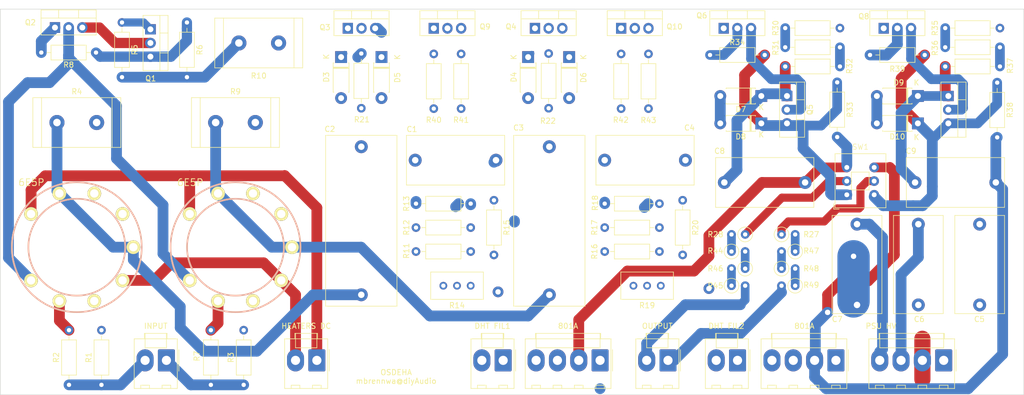
<source format=kicad_pcb>
(kicad_pcb (version 20221018) (generator pcbnew)
  (layers (0 "F.Cu" signal) (1 "In1.Cu" signal) (2 "In2.Cu" signal) (31 "B.Cu" signal) (34 "B.Paste" user) (35 "F.Paste" user) (36 "B.SilkS" user "B.Silkscreen") (37 "F.SilkS" user "F.Silkscreen") (38 "B.Mask" user) (39 "F.Mask" user) (44 "Edge.Cuts" user))
  (net 0 "")
  (net 1 "Net-(C3-Pad1)")
  (net 2 "Net-(R14-Pad3)")
  (net 3 "Net-(J1-Pin_1)")
  (net 4 "Net-(J1-Pin_2)")
  (net 5 "Net-(C4-Pad1)")
  (net 6 "Net-(U2A-A)")
  (net 7 "Net-(U1A-A)")
  (net 8 "Net-(Q1-G)")
  (net 9 "/Dual_Gyrator/ANODE1")
  (net 10 "Net-(D4-K)")
  (net 11 "/Dual_Gyrator/ANODE2")
  (net 12 "Net-(Q1-S)")
  (net 13 "Net-(Q9-G)")
  (net 14 "/Dual_Gyrator/MU_OUT1")
  (net 15 "Net-(D4-A)")
  (net 16 "/Dual_Gyrator/MU_OUT2")
  (net 17 "Net-(J2-Pin_1)")
  (net 18 "GND")
  (net 19 "/Buffer_CCS_load1/NEG")
  (net 20 "Net-(J4-Pin_1)")
  (net 21 "Net-(J4-Pin_2)")
  (net 22 "Net-(J5-Pin_1)")
  (net 23 "Net-(J6-Pin_1)")
  (net 24 "Net-(Q1-D)")
  (net 25 "Net-(Q2-G)")
  (net 26 "Net-(Q2-D)")
  (net 27 "Net-(D7-K)")
  (net 28 "Net-(D9-K)")
  (net 29 "/Buffer_CCS_load2/POS")
  (net 30 "Net-(Q5-D)")
  (net 31 "Net-(Q6-G)")
  (net 32 "Net-(Q7-D)")
  (net 33 "Net-(Q8-G)")
  (net 34 "Net-(D3-K)")
  (net 35 "Net-(D3-A)")
  (net 36 "Net-(D7-A)")
  (net 37 "Net-(D10-A)")
  (net 38 "Net-(U1A-G1)")
  (net 39 "Net-(U2A-G1)")
  (net 40 "Net-(SW1B-B)")
  (net 41 "Net-(SW1A-B)")
  (net 42 "Net-(Q9-S)")
  (net 43 "Net-(Q10-G)")
  (net 44 "Net-(Q10-S)")
  (net 45 "Net-(J2-Pin_2)")
  (net 46 "Net-(R10-Pad1)")
  (net 47 "Net-(R17-Pad2)")
  (net 48 "Net-(R19-Pad3)")
  (net 49 "Net-(C1-Pad1)")
  (net 50 "Net-(R30-Pad1)")
  (net 51 "Net-(R31-Pad1)")
  (net 56 "Net-(R35-Pad1)")
  (net 57 "Net-(R36-Pad1)")
  (net 58 "Net-(R27-Pad2)")
  (net 59 "Net-(R28-Pad2)")
  (net 60 "Net-(R44-Pad2)")
  (net 61 "Net-(R45-Pad2)")
  (net 62 "Net-(R47-Pad2)")
  (net 63 "Net-(R48-Pad2)")
  (net 64 "unconnected-(U1A-K-Pad4)")
  (footprint "Resistor_THT:R_Axial_DIN0207_L6.3mm_D2.5mm_P10.16mm_Horizontal" (layer "F.Cu") (at 212.09 60.245)
    (fp_text reference "R32")
    (fp_text value "1.5M")
  )
  (footprint "Resistor_THT:R_Axial_DIN0207_L6.3mm_D2.5mm_P10.16mm_Horizontal" (layer "F.Cu") (at 111.505 119.38 90)
    (fp_text reference "R3")
    (fp_text value "500k")
  )
  (footprint "Package_TO_SOT_THT:TO-220-3_Vertical" (layer "F.Cu") (at 130.85 53.15)
    (fp_text reference "Q3")
    (fp_text value "STF3LN80K5")
  )
  (footprint "Diode_THT:D_DO-41_SOD81_P7.62mm_Horizontal" (layer "F.Cu") (at 236.728 70.81 180)
    (fp_text reference "D10")
    (fp_text value "15V")
  )
  (footprint "Potentiometer_THT:Potentiometer_Bourns_3296W_Vertical" (layer "F.Cu") (at 183.896 100.965 180)
    (fp_text reference "R19")
    (fp_text value "20k")
  )
  (footprint "Resistor_THT:R_Axial_DIN0207_L6.3mm_D2.5mm_P2.54mm_Vertical" (layer "F.Cu") (at 202.11 94.615)
    (fp_text reference "R44")
    (fp_text value "1.27k")
  )
  (footprint "Capacitor_THT:C_Rect_L18.0mm_W9.0mm_P15.00mm_FKS3_FKP3" (layer "F.Cu") (at 236.8155 104.535 90)
    (fp_text reference "C6")
    (fp_text value "220n 630 V")
  )
  (footprint "Diode_THT:D_DO-41_SOD81_P7.62mm_Horizontal" (layer "F.Cu") (at 207.645 70.81 180)
    (fp_text reference "D8")
    (fp_text value "15V")
  )
  (footprint "Resistor_THT:R_Axial_DIN0207_L6.3mm_D2.5mm_P2.54mm_Vertical" (layer "F.Cu") (at 204.65 91.44 180)
    (fp_text reference "R28")
    (fp_text value "1.27k")
  )
  (footprint "Resistor_THT:R_Axial_DIN0207_L6.3mm_D2.5mm_P10.16mm_Horizontal" (layer "F.Cu") (at 105.41 109.22 -90)
    (fp_text reference "R7")
    (fp_text value "1k")
  )
  (footprint "Package_TO_SOT_THT:TO-220-3_Vertical" (layer "F.Cu") (at 181.61 53.15)
    (fp_text reference "Q10")
    (fp_text value "DN2540")
  )
  (footprint "Resistor_THT:R_Axial_DIN0207_L6.3mm_D2.5mm_P10.16mm_Horizontal" (layer "F.Cu") (at 186.69 68.072 90)
    (fp_text reference "R43")
    (fp_text value "150")
  )
  (footprint "Resistor_THT:R_Axial_DIN0207_L6.3mm_D2.5mm_P10.16mm_Horizontal" (layer "F.Cu") (at 188.722 94.615 180)
    (fp_text reference "R16")
    (fp_text value "1M")
  )
  (footprint "Connector_Molex:Molex_KK-396_A-41791-0002_1x02_P3.96mm_Vertical" (layer "F.Cu") (at 125.095 114.83 180)
    (fp_text reference "J2" hide)
    (fp_text value "HEATERS DC")
  )
  (footprint "Package_TO_SOT_THT:TO-220-3_Vertical" (layer "F.Cu") (at 230.378 53.15)
    (fp_text reference "Q8")
    (fp_text value "IXTP3N100D2")
  )
  (footprint "Resistor_THT:R_Axial_DIN0207_L6.3mm_D2.5mm_P10.16mm_Horizontal" (layer "F.Cu") (at 146.812 57.912 -90)
    (fp_text reference "R40")
    (fp_text value "300")
  )
  (footprint "Resistor_THT:R_Axial_DIN0207_L6.3mm_D2.5mm_P10.16mm_Horizontal" (layer "F.Cu") (at 100.965 52.07 -90)
    (fp_text reference "R6")
    (fp_text value "75")
  )
  (footprint "Resistor_THT:R_Axial_DIN0207_L6.3mm_D2.5mm_P10.16mm_Horizontal" (layer "F.Cu") (at 181.61 57.912 -90)
    (fp_text reference "R42")
    (fp_text value "300")
  )
  (footprint "Resistor_THT:R_Axial_DIN0207_L6.3mm_D2.5mm_P10.16mm_Horizontal" (layer "F.Cu") (at 133.35 68 90)
    (fp_text reference "R21")
    (fp_text value "1k")
  )
  (footprint "Package_TO_SOT_THT:TO-220-3_Vertical" (layer "F.Cu") (at 212.415 65.73 -90)
    (fp_text reference "Q5")
    (fp_text value "AOT1N60")
  )
  (footprint "Capacitor_THT:C_Rect_L18.0mm_W9.0mm_P15.00mm_FKS3_FKP3" (layer "F.Cu") (at 143.365 77.65)
    (fp_text reference "C1")
    (fp_text value "220n 630 V")
  )
  (footprint "Resistor_THT:R_Axial_DIN0207_L6.3mm_D2.5mm_P10.16mm_Horizontal" (layer "F.Cu") (at 212.09 53.1128)
    (fp_text reference "R30")
    (fp_text value "1.5M")
  )
  (footprint "Resistor_THT:R_Radial_Power_L16.1mm_W9.0mm_P7.37mm" (layer "F.Cu") (at 106.297 70.655)
    (fp_text reference "R9")
    (fp_text value "27.4k 5W")
  )
  (footprint "Resistor_THT:R_Axial_DIN0207_L6.3mm_D2.5mm_P2.54mm_Vertical" (layer "F.Cu") (at 202.11 100.965)
    (fp_text reference "R46")
    (fp_text value "1.27k")
  )
  (footprint "OSDEHA_AMP:SWITCH_2POLE_ON_ON" (layer "F.Cu") (at 226.0705 84.074 90)
    (fp_text reference "SW1")
    (fp_text value "SW_DPDT_x2")
  )
  (footprint "Resistor_THT:R_Axial_DIN0207_L6.3mm_D2.5mm_P10.16mm_Horizontal" (layer "F.Cu") (at 188.722 85.725 180)
    (fp_text reference "R18")
    (fp_text value "1M")
  )
  (footprint "Resistor_THT:R_Axial_DIN0207_L6.3mm_D2.5mm_P2.54mm_Vertical" (layer "F.Cu") (at 211.4 97.79)
    (fp_text reference "R48")
    (fp_text value "1.27k")
  )
  (footprint "Resistor_THT:R_Axial_DIN0207_L6.3mm_D2.5mm_P2.54mm_Vertical" (layer "F.Cu") (at 204.65 97.79 180)
    (fp_text reference "R45")
    (fp_text value "1.27k")
  )
  (footprint "Package_TO_SOT_THT:TO-220-3_Vertical" (layer "F.Cu") (at 242.387 65.73 -90)
    (fp_text reference "Q7" hide)
    (fp_text value "AOT1N60")
  )
  (footprint "Diode_THT:D_DO-41_SOD81_P7.62mm_Horizontal" (layer "F.Cu") (at 171.958 58.5 -90)
    (fp_text reference "D6")
    (fp_text value "15V")
  )
  (footprint "Capacitor_THT:C_Rect_L18.0mm_W9.0mm_P15.00mm_FKS3_FKP3" (layer "F.Cu") (at 248.206 104.535 90)
    (fp_text reference "C5")
    (fp_text value "220n 630 V")
  )
  (footprint "Resistor_THT:R_Axial_DIN0207_L6.3mm_D2.5mm_P2.54mm_Vertical" (layer "F.Cu") (at 213.94 100.965 180)
    (fp_text reference "R49")
    (fp_text value "1.27k")
  )
  (footprint "Resistor_THT:R_Axial_DIN0207_L6.3mm_D2.5mm_P10.16mm_Horizontal" (layer "F.Cu") (at 168.148 68 90)
    (fp_text reference "R22")
    (fp_text value "1k")
  )
  (footprint "Resistor_THT:R_Axial_DIN0207_L6.3mm_D2.5mm_P10.16mm_Horizontal" (layer "F.Cu") (at 221.742 63.19 -90)
    (fp_text reference "R33")
    (fp_text value "470")
  )
  (footprint "Resistor_THT:R_Axial_DIN0207_L6.3mm_D2.5mm_P10.16mm_Horizontal" (layer "F.Cu") (at 251.46 63.246 -90)
    (fp_text reference "R38")
    (fp_text value "470")
  )
  (footprint "Resistor_THT:R_Axial_DIN0207_L6.3mm_D2.5mm_P2.54mm_Vertical" (layer "F.Cu") (at 211.4 91.44)
    (fp_text reference "R27")
    (fp_text value "1.27k")
  )
  (footprint "Package_TO_SOT_THT:TO-220-3_Vertical" (layer "F.Cu") (at 94.185 53.34 -90)
    (fp_text reference "Q1")
    (fp_text value "DN2540N5-G")
  )
  (footprint "Diode_THT:D_DO-41_SOD81_P7.62mm_Horizontal" (layer "F.Cu") (at 207.645 65.73 180)
    (fp_text reference "D7")
    (fp_text value "15V")
  )
  (footprint "Resistor_THT:R_Axial_DIN0207_L6.3mm_D2.5mm_P10.16mm_Horizontal" (layer "F.Cu") (at 241.808 53.1128)
    (fp_text reference "R35")
    (fp_text value "1.5M")
  )
  (footprint "Resistor_THT:R_Axial_DIN0207_L6.3mm_D2.5mm_P10.16mm_Horizontal" (layer "F.Cu") (at 198.12 58.11)
    (fp_text reference "R34")
    (fp_text value "300")
  )
  (footprint "Resistor_THT:R_Axial_DIN0207_L6.3mm_D2.5mm_P10.16mm_Horizontal" (layer "F.Cu") (at 251.968 56.6789 180)
    (fp_text reference "R36")
    (fp_text value "1.5M")
  )
  (footprint "OSDEHA_AMP:belton_noval-bside" (layer "F.Cu") (at 80.509 93.81 -90)
    (fp_text reference "U1" hide)
    (fp_text value "6E5P")
  )
  (footprint "Potentiometer_THT:Potentiometer_Bourns_3296W_Vertical" (layer "F.Cu") (at 148.59 100.965 180)
    (fp_text reference "R14")
    (fp_text value "20k")
  )
  (footprint "Connector_Molex:Molex_KK-396_A-41791-0004_1x04_P3.96mm_Vertical" (layer "F.Cu") (at 241.525 114.83 180)
    (fp_text reference "J3" hide)
    (fp_text value "PSU HV")
  )
  (footprint "Capacitor_THT:C_Rect_L31.5mm_W13.0mm_P27.50mm_MKS4" (layer "F.Cu") (at 168.275 75.15 -90)
    (fp_text reference "C3")
    (fp_text value "470n 1 kV")
  )
  (footprint "Connector_Molex:Molex_KK-396_A-41791-0002_1x02_P3.96mm_Vertical" (layer "F.Cu") (at 159.701925 114.83 180)
    (fp_text reference "J6" hide)
    (fp_text value "DHT FIL1")
  )
  (footprint "Diode_THT:D_DO-41_SOD81_P7.62mm_Horizontal" (layer "F.Cu") (at 236.728 65.73 180)
    (fp_text reference "D9")
    (fp_text value "15V")
  )
  (footprint "Resistor_THT:R_Axial_DIN0207_L6.3mm_D2.5mm_P10.16mm_Horizontal" (layer "F.Cu") (at 193.04 85.09 -90)
    (fp_text reference "R20")
    (fp_text value "25k")
  )
  (footprint "Capacitor_THT:C_Rect_L18.0mm_W9.0mm_P15.00mm_FKS3_FKP3" (layer "F.Cu") (at 200.78 81.788)
    (fp_text reference "C8")
    (fp_text value "220n 630 V")
  )
  (footprint "Resistor_THT:R_Radial_Power_L16.1mm_W9.0mm_P7.37mm" (layer "F.Cu") (at 76.824 70.655)
    (fp_text reference "R4")
    (fp_text value "27.4k 5W")
  )
  (footprint "OSDEHA_AMP:belton_noval-bside" (layer "F.Cu") (at 109.982 93.81 -90)
    (fp_text reference "U2" hide)
    (fp_text value "6E5P")
  )
  (footprint "Package_TO_SOT_THT:TO-220-3_Vertical" (layer "F.Cu") (at 146.812 53.15)
    (fp_text reference "Q9")
    (fp_text value "DN2540")
  )
  (footprint "Connector_Molex:Molex_KK-396_A-41791-0002_1x02_P3.96mm_Vertical" (layer "F.Cu") (at 97.155 114.83 180)
    (fp_text reference "J1" hide)
    (fp_text value "INPUT")
  )
  (footprint "Diode_THT:D_DO-41_SOD81_P7.62mm_Horizontal" (layer "F.Cu") (at 129.6 58.5 -90)
    (fp_text reference "D3")
    (fp_text value "15V")
  )
  (footprint "Package_TO_SOT_THT:TO-220-3_Vertical" (layer "F.Cu") (at 200.66 53.15)
    (fp_text reference "Q6")
    (fp_text value "IXTP3N100D2")
  )
  (footprint "Connector_Molex:Molex_KK-396_A-41791-0004_1x04_P3.96mm_Vertical" (layer "F.Cu") (at 177.701925 114.83 180)
    (fp_text reference "U3" hide)
    (fp_text value "801A")
  )
  (footprint "Resistor_THT:R_Axial_DIN0207_L6.3mm_D2.5mm_P10.16mm_Horizontal" (layer "F.Cu") (at 241.808 60.245)
    (fp_text reference "R37")
    (fp_text value "1.5M")
  )
  (footprint "Resistor_THT:R_Axial_DIN0207_L6.3mm_D2.5mm_P10.16mm_Horizontal" (layer "F.Cu") (at 73.914 57.658)
    (fp_text reference "R8")
    (fp_text value "300")
  )
  (footprint "Resistor_THT:R_Axial_DIN0207_L6.3mm_D2.5mm_P2.54mm_Vertical" (layer "F.Cu") (at 213.94 94.615 180)
    (fp_text reference "R47")
    (fp_text value "1.27k")
  )
  (footprint "Resistor_THT:R_Axial_DIN0207_L6.3mm_D2.5mm_P10.16mm_Horizontal" (layer "F.Cu") (at 88.9 52.07 -90)
    (fp_text reference "R5")
    (fp_text value "300")
  )
  (footprint "Resistor_THT:R_Axial_DIN0207_L6.3mm_D2.5mm_P10.16mm_Horizontal" (layer "F.Cu") (at 227.838 58.11)
    (fp_text reference "R39")
    (fp_text value "300")
  )
  (footprint "Capacitor_THT:C_Rect_L18.0mm_W9.0mm_P15.00mm_FKS3_FKP3" (layer "F.Cu") (at 225.425 104.535 90)
    (fp_text reference "C7")
    (fp_text value "220n 630 V")
  )
  (footprint "Diode_THT:D_DO-41_SOD81_P7.62mm_Horizontal" (layer "F.Cu") (at 137.1 58.5 -90)
    (fp_text reference "D5")
    (fp_text value "15V")
  )
  (footprint "Connector_Molex:Molex_KK-396_A-41791-0004_1x04_P3.96mm_Vertical" (layer "F.Cu") (at 221.506925 114.83 180)
    (fp_text reference "U4" hide)
    (fp_text value "801A")
  )
  (footprint "Capacitor_THT:C_Rect_L31.5mm_W13.0mm_P27.50mm_MKS4" (layer "F.Cu") (at 133.35 75.15 -90)
    (fp_text reference "C2")
    (fp_text value "470n 1 kV")
  )
  (footprint "Resistor_THT:R_Axial_DIN0207_L6.3mm_D2.5mm_P10.16mm_Horizontal" (layer "F.Cu") (at 157.988 85.09 -90)
    (fp_text reference "R15")
    (fp_text value "25k")
  )
  (footprint "Resistor_THT:R_Axial_DIN0207_L6.3mm_D2.5mm_P10.16mm_Horizontal" (layer "F.Cu") (at 151.892 68.072 90)
    (fp_text reference "R41")
    (fp_text value "150")
  )
  (footprint "Package_TO_SOT_THT:TO-220-3_Vertical" (layer "F.Cu") (at 165.608 53.15)
    (fp_text reference "Q4")
    (fp_text value "STF3LN80K5")
  )
  (footprint "Resistor_THT:R_Axial_DIN0207_L6.3mm_D2.5mm_P10.16mm_Horizontal" (layer "F.Cu") (at 153.67 90.17 180)
    (fp_text reference "R12")
    (fp_text value "47k")
  )
  (footprint "Resistor_THT:R_Axial_DIN0207_L6.3mm_D2.5mm_P10.16mm_Horizontal" (layer "F.Cu") (at 188.722 90.17 180)
    (fp_text reference "R17")
    (fp_text value "47k")
  )
  (footprint "Resistor_THT:R_Axial_DIN0207_L6.3mm_D2.5mm_P10.16mm_Horizontal" (layer "F.Cu") (at 85.09 119.38 90)
    (fp_text reference "R1")
    (fp_text value "500k")
  )
  (footprint "Diode_THT:D_DO-41_SOD81_P7.62mm_Horizontal" (layer "F.Cu") (at 164.338 58.5 -90)
    (fp_text reference "D4")
    (fp_text value "15V")
  )
  (footprint "Resistor_THT:R_Axial_DIN0207_L6.3mm_D2.5mm_P10.16mm_Horizontal" (layer "F.Cu") (at 79.06 119.38 90)
    (fp_text reference "R2")
    (fp_text value "1k")
  )
  (footprint "Resistor_THT:R_Radial_Power_L16.1mm_W9.0mm_P7.37mm" (layer "F.Cu") (at 110.615 55.88)
    (fp_text reference "R10")
    (fp_text value "12k 7W")
  )
  (footprint "Capacitor_THT:C_Rect_L18.0mm_W9.0mm_P15.00mm_FKS3_FKP3" (layer "F.Cu") (at 236.206 81.788)
    (fp_text reference "C9")
    (fp_text value "220n 630 V")
  )
  (footprint "Capacitor_THT:C_Rect_L18.0mm_W9.0mm_P15.00mm_FKS3_FKP3" (layer "F.Cu") (at 178.555 77.65)
    (fp_text reference "C4")
    (fp_text value "220n 630 V")
  )
  (footprint "Resistor_THT:R_Axial_DIN0207_L6.3mm_D2.5mm_P10.16mm_Horizontal" (layer "F.Cu") (at 153.67 85.725 180)
    (fp_text reference "R13")
    (fp_text value "1M")
  )
  (footprint "Resistor_THT:R_Axial_DIN0207_L6.3mm_D2.5mm_P10.16mm_Horizontal" (layer "F.Cu") (at 153.67 94.615 180)
    (fp_text reference "R11")
    (fp_text value "1M")
  )
  (footprint "Resistor_THT:R_Axial_DIN0207_L6.3mm_D2.5mm_P10.16mm_Horizontal" (layer "F.Cu") (at 222.25 56.6789 180)
    (fp_text reference "R31")
    (fp_text value "1.5M")
  )
  (footprint "Connector_Molex:Molex_KK-396_A-41791-0002_1x02_P3.96mm_Vertical" (layer "F.Cu") (at 190.316925 114.83 180)
    (fp_text reference "J4" hide)
    (fp_text value "OUTPUT")
  )
  (footprint "Package_TO_SOT_THT:TO-220-3_Vertical" (layer "F.Cu") (at 76.454 53.015)
    (fp_text reference "Q2")
    (fp_text value "DN2540N5-G")
  )
  (footprint "Connector_Molex:Molex_KK-396_A-41791-0002_1x02_P3.96mm_Vertical" (layer "F.Cu") (at 203.231925 114.83 180)
    (fp_text reference "J5" hide)
    (fp_text value "DHT FIL2")
  )
  (gr_rect (start 66.294 49.593) (end 256.413 121.221) (stroke (width 0.1)) (fill none) (layer "Edge.Cuts"))
  (gr_text "OSDEHA\nmbrennwa@diyAudio" (at 139.827 119.253) (layer "F.SilkS") (effects (font (size 1 1)) (justify bottom)))
  (segment (start 168.148 75.023) (end 168.275 75.15) (width 2) (layer "B.Cu") (net 1))
  (segment (start 178.562 85.725) (end 178.562 85.437) (width 2) (layer "B.Cu") (net 1))
  (segment (start 105.41 119.38) (end 101.705 119.38) (width 2) (layer "B.Cu") (net 3))
  (segment (start 111.505 119.38) (end 105.41 119.38) (width 2) (layer "B.Cu") (net 3))
  (segment (start 101.705 119.38) (end 97.155 114.83) (width 2) (layer "B.Cu") (net 3))
  (segment (start 85.09 119.38) (end 79.06 119.38) (width 2) (layer "B.Cu") (net 4))
  (segment (start 85.09 119.38) (end 88.645 119.38) (width 2) (layer "B.Cu") (net 4))
  (segment (start 88.645 119.38) (end 93.195 114.83) (width 2) (layer "B.Cu") (net 4))
  (segment (start 186.63 85.725) (end 185.922 86.433) (width 2) (layer "B.Cu") (net 5))
  (segment (start 133.307 93.81) (end 146.0754 106.5784) (width 2) (layer "B.Cu") (net 6))
  (segment (start 164.3466 106.5784) (end 168.275 102.65) (width 2) (layer "B.Cu") (net 6))
  (segment (start 106.297 70.655) (end 106.297 83.375) (width 2) (layer "B.Cu") (net 6))
  (segment (start 146.0754 106.5784) (end 164.3466 106.5784) (width 2) (layer "B.Cu") (net 6))
  (segment (start 120.482 93.81) (end 116.732 93.81) (width 2) (layer "B.Cu") (net 6))
  (segment (start 120.482 93.81) (end 133.307 93.81) (width 2) (layer "B.Cu") (net 6))
  (segment (start 116.732 93.81) (end 106.742 83.82) (width 2) (layer "B.Cu") (net 6))
  (segment (start 106.297 83.375) (end 106.742 83.82) (width 2) (layer "B.Cu") (net 6))
  (segment (start 91.018 93.81) (end 87.268 93.81) (width 2) (layer "B.Cu") (net 7))
  (segment (start 124.426 102.65) (end 133.35 102.65) (width 2) (layer "B.Cu") (net 7))
  (segment (start 91.009 96.1398) (end 99.7204 104.8512) (width 2) (layer "B.Cu") (net 7))
  (segment (start 99.7204 108.761499) (end 104.090501 113.1316) (width 2) (layer "B.Cu") (net 7))
  (segment (start 104.090501 113.1316) (end 113.9444 113.1316) (width 2) (layer "B.Cu") (net 7))
  (segment (start 76.833 70.655) (end 76.833 83.375) (width 2) (layer "B.Cu") (net 7))
  (segment (start 91.009 93.81) (end 91.009 96.1398) (width 2) (layer "B.Cu") (net 7))
  (segment (start 76.833 83.375) (end 77.278 83.82) (width 2) (layer "B.Cu") (net 7))
  (segment (start 113.9444 113.1316) (end 124.426 102.65) (width 2) (layer "B.Cu") (net 7))
  (segment (start 99.7204 104.8512) (end 99.7204 108.761499) (width 2) (layer "B.Cu") (net 7))
  (segment (start 87.268 93.81) (end 77.278 83.82) (width 2) (layer "B.Cu") (net 7))
  (segment (start 92.915 52.07) (end 94.0225 53.1775) (width 1.5) (layer "B.Cu") (net 8))
  (segment (start 94.0225 53.1775) (end 94.185 53.1775) (width 1.5) (layer "B.Cu") (net 8))
  (segment (start 88.9 52.07) (end 92.915 52.07) (width 1.5) (layer "B.Cu") (net 8))
  (segment (start 207.802202 81.788) (end 215.78 81.788) (width 2) (layer "F.Cu") (net 9))
  (segment (start 197.9168 91.673402) (end 207.802202 81.788) (width 2) (layer "F.Cu") (net 9))
  (segment (start 223.5305 78.994) (end 218.574 78.994) (width 1.8) (layer "F.Cu") (net 9))
  (segment (start 173.741925 114.83) (end 173.741925 107.272414) (width 2) (layer "F.Cu") (net 9))
  (segment (start 182.769339 98.245) (end 195.125 98.245) (width 2) (layer "F.Cu") (net 9))
  (segment (start 197.9168 95.4532) (end 197.9168 91.673402) (width 2) (layer "F.Cu") (net 9))
  (segment (start 195.125 98.245) (end 197.9168 95.4532) (width 2) (layer "F.Cu") (net 9))
  (segment (start 218.574 78.994) (end 215.78 81.788) (width 1.8) (layer "F.Cu") (net 9))
  (segment (start 173.741925 107.272414) (end 182.769339 98.245) (width 2) (layer "F.Cu") (net 9))
  (segment (start 223.5305 75.1385) (end 223.5305 78.634) (width 2) (layer "B.Cu") (net 9))
  (segment (start 221.742 73.35) (end 223.5305 75.1385) (width 2) (layer "B.Cu") (net 9))
  (segment (start 164.998 57.84) (end 164.338 58.5) (width 1) (layer "B.Cu") (net 10))
  (segment (start 231.4956 78.994) (end 232.3592 79.8576) (width 2) (layer "F.Cu") (net 11))
  (segment (start 219.964 105.918) (end 219.964 102.6668) (width 2) (layer "F.Cu") (net 11))
  (segment (start 222.5548 100.076) (end 227.4824 100.076) (width 2) (layer "F.Cu") (net 11))
  (segment (start 232.3592 95.1992) (end 231.4956 96.0628) (width 2) (layer "F.Cu") (net 11))
  (segment (start 228.6105 78.994) (end 231.4956 78.994) (width 1.8) (layer "F.Cu") (net 11))
  (segment (start 219.964 102.6668) (end 222.5548 100.076) (width 2) (layer "F.Cu") (net 11))
  (segment (start 231.0105 96.5479) (end 231.4956 96.0628) (width 1) (layer "F.Cu") (net 11))
  (segment (start 232.3592 79.8576) (end 232.3592 95.1992) (width 2) (layer "F.Cu") (net 11))
  (segment (start 227.4824 100.076) (end 231.0105 96.5479) (width 2) (layer "F.Cu") (net 11))
  (via (at 219.964 105.918) (size 2) (drill 1) (layers "F.Cu" "B.Cu") (net 11))
  (segment (start 219.964 105.918) (end 217.678 108.204) (width 2) (layer "B.Cu") (net 11))
  (segment (start 217.678 108.204) (end 217.678 114.698925) (width 2) (layer "B.Cu") (net 11))
  (segment (start 251.206 81.788) (end 251.206 73.66) (width 2) (layer "B.Cu") (net 11))
  (segment (start 246.0752 120.0912) (end 219.698125 120.0912) (width 2) (layer "B.Cu") (net 11))
  (segment (start 251.206 81.788) (end 252.476 83.058) (width 2) (layer "B.Cu") (net 11))
  (segment (start 217.546925 117.94) (end 217.546925 114.83) (width 2) (layer "B.Cu") (net 11))
  (segment (start 251.206 73.66) (end 251.46 73.406) (width 2) (layer "B.Cu") (net 11))
  (segment (start 252.476 113.6904) (end 246.0752 120.0912) (width 2) (layer "B.Cu") (net 11))
  (segment (start 217.678 114.698925) (end 217.546925 114.83) (width 2) (layer "B.Cu") (net 11))
  (segment (start 219.698125 120.0912) (end 217.546925 117.94) (width 2) (layer "B.Cu") (net 11))
  (segment (start 252.476 83.058) (end 252.476 113.6904) (width 2) (layer "B.Cu") (net 11))
  (segment (start 97.9932 58.42) (end 95.74637 58.42) (width 1.9) (layer "B.Cu") (net 12))
  (segment (start 94.185 58.42) (end 84.836 58.42) (width 1.9) (layer "B.Cu") (net 12))
  (segment (start 100.965 53.20137) (end 100.965 55.4482) (width 1.9) (layer "B.Cu") (net 12))
  (segment (start 95.74637 58.42) (end 94.185 58.42) (width 1.9) (layer "B.Cu") (net 12))
  (segment (start 100.965 55.4482) (end 97.9932 58.42) (width 1.9) (layer "B.Cu") (net 12))
  (segment (start 100.965 52.07) (end 100.965 53.20137) (width 1.9) (layer "B.Cu") (net 12))
  (segment (start 84.836 58.42) (end 84.074 57.658) (width 1.9) (layer "B.Cu") (net 12))
  (segment (start 204.545 61.845) (end 204.545 67.71) (width 2) (layer "F.Cu") (net 14))
  (segment (start 204.545 67.71) (end 207.645 70.81) (width 2) (layer "F.Cu") (net 14))
  (segment (start 208.28 58.11) (end 204.545 61.845) (width 2) (layer "F.Cu") (net 14))
  (segment (start 220.5228 83.82) (end 220.7768 84.074) (width 2) (layer "B.Cu") (net 14))
  (segment (start 221.742 63.19) (end 221.742 64.891034) (width 1.8) (layer "B.Cu") (net 14))
  (segment (start 221.742 68.2244) (end 218.7439 71.2225) (width 1.8) (layer "B.Cu") (net 14))
  (segment (start 215.410534 71.2225) (end 208.0575 71.2225) (width 2) (layer "B.Cu") (net 14))
  (segment (start 208.0575 71.2225) (end 207.645 70.81) (width 2) (layer "B.Cu") (net 14))
  (segment (start 218.7439 71.2225) (end 215.410534 71.2225) (width 1.8) (layer "B.Cu") (net 14))
  (segment (start 216.762147 76.808147) (end 215.410534 75.456534) (width 2) (layer "B.Cu") (net 14))
  (segment (start 221.742 64.891034) (end 221.742 68.2244) (width 1.8) (layer "B.Cu") (net 14))
  (segment (start 220.5228 80.5688) (end 220.5228 83.82) (width 2) (layer "B.Cu") (net 14))
  (segment (start 216.762147 76.808147) (end 220.5228 80.5688) (width 2) (layer "B.Cu") (net 14))
  (segment (start 215.410534 75.456534) (end 215.410534 71.2225) (width 2) (layer "B.Cu") (net 14))
  (segment (start 220.7768 84.074) (end 223.5305 84.074) (width 2) (layer "B.Cu") (net 14))
  (segment (start 233.628 62.48) (end 233.628 67.71) (width 2) (layer "F.Cu") (net 16))
  (segment (start 233.628 67.71) (end 236.728 70.81) (width 2) (layer "F.Cu") (net 16))
  (segment (start 237.998 58.11) (end 233.628 62.48) (width 2) (layer "F.Cu") (net 16))
  (segment (start 239.406 82.539) (end 239.406 84.2916) (width 2) (layer "B.Cu") (net 16))
  (segment (start 235.839 86.106) (end 230.2825 86.106) (width 2) (layer "B.Cu") (net 16))
  (segment (start 242.387 70.81) (end 247.833 70.81) (width 1.8) (layer "B.Cu") (net 16))
  (segment (start 236.728 70.81) (end 239.406 73.488) (width 2) (layer "B.Cu") (net 16))
  (segment (start 239.406 73.488) (end 239.406 82.539) (width 2) (layer "B.Cu") (net 16))
  (segment (start 230.2825 86.106) (end 228.6105 84.434) (width 2) (layer "B.Cu") (net 16))
  (segment (start 251.46 67.183) (end 251.46 63.246) (width 1.8) (layer "B.Cu") (net 16))
  (segment (start 247.833 70.81) (end 251.46 67.183) (width 1.8) (layer "B.Cu") (net 16))
  (segment (start 239.406 84.2916) (end 237.5916 86.106) (width 2) (layer "B.Cu") (net 16))
  (segment (start 237.5916 86.106) (end 235.839 86.106) (width 2) (layer "B.Cu") (net 16))
  (segment (start 239.406 73.488) (end 239.709 73.488) (width 1) (layer "B.Cu") (net 16))
  (segment (start 239.709 73.488) (end 242.387 70.81) (width 1.8) (layer "B.Cu") (net 16))
  (segment (start 74.649 80.545) (end 72.018 83.176) (width 2) (layer "F.Cu") (net 17))
  (segment (start 119.099 80.545) (end 101.4984 80.545) (width 2) (layer "F.Cu") (net 17))
  (segment (start 125.095 86.487) (end 119.126 80.518) (width 2) (layer "F.Cu") (net 17))
  (segment (start 101.482 87.64) (end 101.482 80.5614) (width 2) (layer "F.Cu") (net 17))
  (segment (start 101.482 87.64) (end 101.482 87.766) (width 2) (layer "F.Cu") (net 17))
  (segment (start 72.018 83.176) (end 72.018 87.64) (width 2) (layer "F.Cu") (net 17))
  (segment (start 101.4984 80.545) (end 74.649 80.545) (width 2) (layer "F.Cu") (net 17))
  (segment (start 119.126 80.518) (end 119.099 80.545) (width 2) (layer "F.Cu") (net 17))
  (segment (start 101.482 80.5614) (end 101.4984 80.545) (width 2) (layer "F.Cu") (net 17))
  (segment (start 125.095 114.83) (end 125.095 86.487) (width 2) (layer "F.Cu") (net 17))
  (segment (start 237.565 118.364) (end 237.565 110.819) (width 3) (layer "F.Cu") (net 18))
  (via (at 224.779997 95.5) (size 2) (drill 1) (layers "F.Cu" "B.Cu") (net 18))
  (segment (start 224.779997 95.5) (end 224.779997 103.889997) (width 6) (layer "B.Cu") (net 18))
  (segment (start 224.779997 103.889997) (end 225.425 104.535) (width 2) (layer "B.Cu") (net 18))
  (segment (start 177.701925 120.087675) (end 177.6984 120.0912) (width 2) (layer "B.Cu") (net 19))
  (segment (start 161.798 88.9) (end 161.798 89.154) (width 2) (layer "B.Cu") (net 19))
  (segment (start 203.7588 109.8296) (end 196.4436 109.8296) (width 2) (layer "B.Cu") (net 20))
  (segment (start 191.4432 114.83) (end 190.316925 114.83) (width 2) (layer "B.Cu") (net 20))
  (segment (start 196.4436 109.8296) (end 191.4432 114.83) (width 2) (layer "B.Cu") (net 20))
  (segment (start 211.4 102.1884) (end 203.7588 109.8296) (width 2) (layer "B.Cu") (net 20))
  (segment (start 211.4 100.965) (end 211.4 102.1884) (width 1.6) (layer "B.Cu") (net 20))
  (segment (start 203.7588 104.4956) (end 193.548 104.4956) (width 2) (layer "B.Cu") (net 21))
  (segment (start 204.65 103.6044) (end 204.65 100.965) (width 1.6) (layer "B.Cu") (net 21))
  (segment (start 186.356925 111.686675) (end 186.356925 114.83) (width 2) (layer "B.Cu") (net 21))
  (segment (start 193.548 104.4956) (end 186.356925 111.686675) (width 2) (layer "B.Cu") (net 21))
  (segment (start 203.7588 104.4956) (end 204.65 103.6044) (width 1.6) (layer "B.Cu") (net 21))
  (segment (start 87.5792 55.88) (end 84.7142 53.015) (width 1.9) (layer "F.Cu") (net 24))
  (segment (start 84.7142 53.015) (end 81.534 53.015) (width 1.9) (layer "F.Cu") (net 24))
  (segment (start 94.185 55.88) (end 87.5792 55.88) (width 1.9) (layer "F.Cu") (net 24))
  (segment (start 73.914 57.658) (end 73.914 55.555) (width 2) (layer "B.Cu") (net 25))
  (segment (start 73.914 55.555) (end 76.454 53.015) (width 2) (layer "B.Cu") (net 25))
  (segment (start 78.994 58.166) (end 78.994 53.015) (width 2) (layer "B.Cu") (net 26))
  (segment (start 96.52 95.018) (end 96.52 85.979) (width 2) (layer "B.Cu") (net 26))
  (segment (start 101.482 99.98) (end 96.52 95.018) (width 2) (layer "B.Cu") (net 26))
  (segment (start 79.248 59.436) (end 78.994 59.182) (width 2) (layer "B.Cu") (net 26))
  (segment (start 87.884 77.343) (end 87.884 67.564) (width 2) (layer "B.Cu") (net 26))
  (segment (start 71.374 63.246) (end 75.438 63.246) (width 2) (layer "B.Cu") (net 26))
  (segment (start 78.994 58.674) (end 78.994 58.166) (width 2) (layer "B.Cu") (net 26))
  (segment (start 78.994 59.182) (end 78.994 58.166) (width 2) (layer "B.Cu") (net 26))
  (segment (start 75.438 63.246) (end 79.248 59.436) (width 2) (layer "B.Cu") (net 26))
  (segment (start 67.818 95.78) (end 67.818 66.802) (width 2) (layer "B.Cu") (net 26))
  (segment (start 67.818 66.802) (end 71.374 63.246) (width 2) (layer "B.Cu") (net 26))
  (segment (start 87.884 67.564) (end 78.994 58.674) (width 2) (layer "B.Cu") (net 26))
  (segment (start 72.018 99.98) (end 67.818 95.78) (width 2) (layer "B.Cu") (net 26))
  (segment (start 96.52 85.979) (end 87.884 77.343) (width 2) (layer "B.Cu") (net 26))
  (segment (start 212.09 60.245) (end 212.09 65.405) (width 2) (layer "F.Cu") (net 27))
  (segment (start 212.09 65.405) (end 212.415 65.73) (width 2) (layer "F.Cu") (net 27))
  (segment (start 200.78 81.788) (end 203.125 79.443) (width 2) (layer "B.Cu") (net 27))
  (segment (start 203.125 79.443) (end 203.125 70.25) (width 2) (layer "B.Cu") (net 27))
  (segment (start 203.125 70.25) (end 207.645 65.73) (width 2) (layer "B.Cu") (net 27))
  (segment (start 208.0575 65.3175) (end 212.415 65.3175) (width 2) (layer "B.Cu") (net 27))
  (segment (start 207.645 65.73) (end 208.0575 65.3175) (width 2) (layer "B.Cu") (net 27))
  (segment (start 241.808 65.151) (end 242.387 65.73) (width 2) (layer "F.Cu") (net 28))
  (segment (start 241.808 60.245) (end 241.808 65.151) (width 2) (layer "F.Cu") (net 28))
  (segment (start 236.728 65.73) (end 233.628 68.83) (width 2) (layer "B.Cu") (net 28))
  (segment (start 241.9745 65.73) (end 242.387 65.3175) (width 1) (layer "B.Cu") (net 28))
  (segment (start 237.553 65.73) (end 241.9745 65.73) (width 1.8) (layer "B.Cu") (net 28))
  (segment (start 233.628 79.21) (end 236.206 81.788) (width 2) (layer "B.Cu") (net 28))
  (segment (start 233.628 68.83) (end 233.628 79.21) (width 2) (layer "B.Cu") (net 28))
  (via (at 197.9168 101.4956) (size 2) (drill 1) (layers "F.Cu" "B.Cu") (net 29))
  (via (at 158.75 102.108) (size 2) (drill 1) (layers "F.Cu" "B.Cu") (net 29))
  (segment (start 137.1 53.9075) (end 136.3425 53.15) (width 2) (layer "B.Cu") (net 29))
  (segment (start 153.67 85.725) (end 153.67 85.927359) (width 2) (layer "B.Cu") (net 29))
  (segment (start 229.645 113.257115) (end 230.160318 112.741797) (width 2) (layer "B.Cu") (net 29))
  (segment (start 143.51 85.725) (end 143.51 85.31) (width 2) (layer "B.Cu") (net 29))
  (segment (start 230.160318 91.984318) (end 227.711 89.535) (width 2) (layer "B.Cu") (net 29))
  (segment (start 157.988 78.027) (end 158.365 77.65) (width 2) (layer "B.Cu") (net 29))
  (segment (start 236.8155 95.6705) (end 236.8155 89.535) (width 2) (layer "B.Cu") (net 29))
  (segment (start 229.645 114.83) (end 229.645 113.257115) (width 2) (layer "B.Cu") (net 29))
  (segment (start 233.605 98.881) (end 236.8155 95.6705) (width 2) (layer "B.Cu") (net 29))
  (segment (start 233.605 114.83) (end 233.605 98.881) (width 2) (layer "B.Cu") (net 29))
  (segment (start 227.711 89.535) (end 225.425 89.535) (width 2) (layer "B.Cu") (net 29))
  (segment (start 230.160318 112.741797) (end 230.160318 91.984318) (width 2) (layer "B.Cu") (net 29))
  (segment (start 205.74 53.15) (end 205.74 58.822692) (width 1.8) (layer "B.Cu") (net 30))
  (segment (start 214.8275 68.27) (end 212.415 68.27) (width 1.8) (layer "B.Cu") (net 30))
  (segment (start 215.01825 68.07925) (end 214.8275 68.27) (width 1.8) (layer "B.Cu") (net 30))
  (segment (start 209.528308 62.611) (end 214.2485 62.611) (width 1.8) (layer "B.Cu") (net 30))
  (segment (start 205.74 58.822692) (end 209.528308 62.611) (width 1.8) (layer "B.Cu") (net 30))
  (segment (start 214.2485 62.611) (end 215.01825 63.38075) (width 1.8) (layer "B.Cu") (net 30))
  (segment (start 215.01825 63.38075) (end 215.01825 68.07925) (width 1.8) (layer "B.Cu") (net 30))
  (segment (start 203.2 55.5625) (end 200.6525 58.11) (width 1.8) (layer "B.Cu") (net 31))
  (segment (start 200.6525 58.11) (end 198.12 58.11) (width 1.8) (layer "B.Cu") (net 31))
  (segment (start 203.2 53.15) (end 203.2 55.5625) (width 1.8) (layer "B.Cu") (net 31))
  (segment (start 239.246308 62.611) (end 244.2205 62.611) (width 1.8) (layer "B.Cu") (net 32))
  (segment (start 235.458 58.822692) (end 239.246308 62.611) (width 1.8) (layer "B.Cu") (net 32))
  (segment (start 235.458 53.15) (end 235.458 58.822692) (width 1.8) (layer "B.Cu") (net 32))
  (segment (start 244.2205 62.611) (end 245.11 63.5005) (width 1.8) (layer "B.Cu") (net 32))
  (segment (start 245.11 67.9595) (end 244.7995 68.27) (width 1.8) (layer "B.Cu") (net 32))
  (segment (start 244.7995 68.27) (end 242.387 68.27) (width 1.8) (layer "B.Cu") (net 32))
  (segment (start 245.11 63.5005) (end 245.11 67.9595) (width 1.8) (layer "B.Cu") (net 32))
  (segment (start 230.958 58.11) (end 232.918 56.15) (width 2) (layer "B.Cu") (net 33))
  (segment (start 227.838 58.11) (end 230.958 58.11) (width 2) (layer "B.Cu") (net 33))
  (segment (start 232.918 56.15) (end 232.918 53.15) (width 2) (layer "B.Cu") (net 33))
  (segment (start 232.918 53.15) (end 233.0055 53.2375) (width 1) (layer "B.Cu") (net 33))
  (segment (start 130.26 57.84) (end 129.6 58.5) (width 1) (layer "B.Cu") (net 34))
  (segment (start 132.69 58.5) (end 133.35 57.84) (width 2) (layer "B.Cu") (net 34))
  (segment (start 133.35 53.19) (end 133.39 53.15) (width 1) (layer "B.Cu") (net 34))
  (segment (start 200.025 65.73) (end 200.025 70.81) (width 2) (layer "B.Cu") (net 36))
  (segment (start 229.108 65.73) (end 229.108 70.81) (width 2) (layer "B.Cu") (net 37))
  (segment (start 77.278 103.8) (end 77.278 107.438) (width 2) (layer "F.Cu") (net 38))
  (segment (start 77.278 107.438) (end 79.06 109.22) (width 2) (layer "F.Cu") (net 38))
  (segment (start 106.742 107.888) (end 105.41 109.22) (width 2) (layer "F.Cu") (net 39))
  (segment (start 106.742 103.8) (end 106.742 107.888) (width 2) (layer "F.Cu") (net 39))
  (segment (start 212.68163 89.027) (end 211.4 90.30863) (width 1.5) (layer "F.Cu") (net 40))
  (segment (start 219.329 89.027) (end 212.68163 89.027) (width 1.5) (layer "F.Cu") (net 40))
  (segment (start 226.06 86.3445) (end 225.7905 86.614) (width 1.5) (layer "F.Cu") (net 40))
  (segment (start 227.337708 81.534) (end 226.06 82.811708) (width 1.5) (layer "F.Cu") (net 40))
  (segment (start 226.06 82.811708) (end 226.06 86.3445) (width 1.5) (layer "F.Cu") (net 40))
  (segment (start 211.4 90.30863) (end 211.4 91.44) (width 1.5) (layer "F.Cu") (net 40))
  (segment (start 221.742 86.614) (end 219.329 89.027) (width 1.5) (layer "F.Cu") (net 40))
  (segment (start 228.6105 81.534) (end 227.337708 81.534) (width 1.5) (layer "F.Cu") (net 40))
  (segment (start 225.7905 86.614) (end 221.742 86.614) (width 1.5) (layer "F.Cu") (net 40))
  (segment (start 217.138 84.614) (end 211.476 84.614) (width 1.5) (layer "F.Cu") (net 41))
  (segment (start 211.476 84.614) (end 204.65 91.44) (width 1.5) (layer "F.Cu") (net 41))
  (segment (start 223.5305 81.534) (end 220.218 81.534) (width 1.5) (layer "F.Cu") (net 41))
  (segment (start 220.218 81.534) (end 217.138 84.614) (width 1.5) (layer "F.Cu") (net 41))
  (segment (start 121.135 102.633) (end 118.482 99.98) (width 2) (layer "F.Cu") (net 45))
  (segment (start 94.878 99.98) (end 89.018 99.98) (width 2) (layer "F.Cu") (net 45))
  (segment (start 118.482 99.98) (end 115.207 96.705) (width 2) (layer "F.Cu") (net 45))
  (segment (start 115.207 96.705) (end 98.153 96.705) (width 2) (layer "F.Cu") (net 45))
  (segment (start 98.153 96.705) (end 94.878 99.98) (width 2) (layer "F.Cu") (net 45))
  (segment (start 121.135 114.83) (end 121.135 102.633) (width 2) (layer "F.Cu") (net 45))
  (segment (start 88.9 62.23) (end 100.965 62.23) (width 2) (layer "B.Cu") (net 46))
  (segment (start 104.265 62.23) (end 110.615 55.88) (width 2) (layer "B.Cu") (net 46))
  (segment (start 100.965 62.23) (end 104.265 62.23) (width 2) (layer "B.Cu") (net 46))
  (segment (start 151.44 85.725) (end 150.87 86.295) (width 2) (layer "B.Cu") (net 49))
  (segment (start 212.09 56.6789) (end 212.09 53.1128) (width 1.8) (layer "B.Cu") (net 50))
  (segment (start 222.25 60.245) (end 222.25 56.6789) (width 1.8) (layer "B.Cu") (net 51))
  (segment (start 241.808 53.1128) (end 241.808 56.6789) (width 1.8) (layer "B.Cu") (net 56))
  (segment (start 251.968 56.6789) (end 251.968 60.245) (width 1.8) (layer "B.Cu") (net 57))
  (segment (start 213.94 91.44) (end 213.94 94.615) (width 1.6) (layer "B.Cu") (net 58))
  (segment (start 202.11 91.44) (end 202.11 94.615) (width 1.6) (layer "B.Cu") (net 59))
  (segment (start 204.65 94.615) (end 204.65 97.79) (width 1.6) (layer "B.Cu") (net 60))
  (segment (start 202.11 97.79) (end 202.11 100.965) (width 1.6) (layer "B.Cu") (net 61))
  (segment (start 211.4 94.615) (end 211.4 97.79) (width 1.6) (layer "B.Cu") (net 62))
  (segment (start 213.94 97.79) (end 213.94 100.965) (width 1.6) (layer "B.Cu") (net 63))
)
</source>
